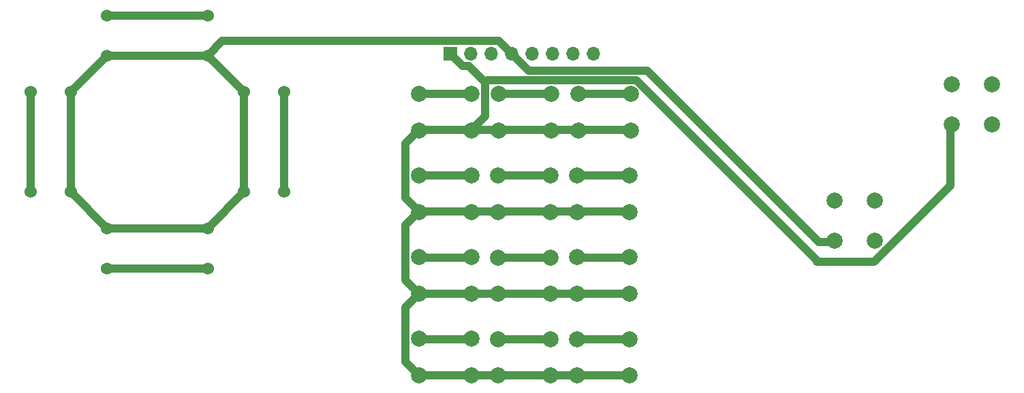
<source format=gbr>
%TF.GenerationSoftware,KiCad,Pcbnew,8.0.5*%
%TF.CreationDate,2024-09-28T10:39:20+08:00*%
%TF.ProjectId,ColecoVisionController,436f6c65-636f-4566-9973-696f6e436f6e,rev?*%
%TF.SameCoordinates,Original*%
%TF.FileFunction,Copper,L1,Top*%
%TF.FilePolarity,Positive*%
%FSLAX46Y46*%
G04 Gerber Fmt 4.6, Leading zero omitted, Abs format (unit mm)*
G04 Created by KiCad (PCBNEW 8.0.5) date 2024-09-28 10:39:20*
%MOMM*%
%LPD*%
G01*
G04 APERTURE LIST*
%TA.AperFunction,ComponentPad*%
%ADD10C,1.524000*%
%TD*%
%TA.AperFunction,ComponentPad*%
%ADD11C,2.000000*%
%TD*%
%TA.AperFunction,ComponentPad*%
%ADD12R,1.700000X1.700000*%
%TD*%
%TA.AperFunction,ComponentPad*%
%ADD13O,1.700000X1.700000*%
%TD*%
%TA.AperFunction,Conductor*%
%ADD14C,1.000000*%
%TD*%
G04 APERTURE END LIST*
D10*
%TO.P,SW4,1,1*%
%TO.N,Net-(D15-K)*%
X80514000Y-108712000D03*
%TO.P,SW4,2,2*%
X80514000Y-96212000D03*
%TO.P,SW4,3,K*%
%TO.N,/WHITE(DIN8)*%
X85514000Y-96212000D03*
%TO.P,SW4,4,A*%
X85514000Y-108712000D03*
%TD*%
D11*
%TO.P,SW13,4,A*%
%TO.N,/RED(DIN5)*%
X128830000Y-121340000D03*
%TO.P,SW13,3,K*%
X135330000Y-121340000D03*
%TO.P,SW13,2,2*%
%TO.N,Net-(D20-K)*%
X135330000Y-116840000D03*
%TO.P,SW13,1,1*%
X128830000Y-116840000D03*
%TD*%
D12*
%TO.P,J1,1,Pin_1*%
%TO.N,/RED(DIN5)*%
X132655000Y-91461000D03*
D13*
%TO.P,J1,2,Pin_2*%
%TO.N,/BLACK(DIN4)*%
X135195000Y-91461000D03*
%TO.P,J1,3,Pin_3*%
%TO.N,unconnected-(J1-Pin_3-Pad3)*%
X137735000Y-91461000D03*
%TO.P,J1,4,Pin_4*%
%TO.N,/WHITE(DIN8)*%
X140275000Y-91461000D03*
%TO.P,J1,5,Pin_5*%
%TO.N,/BROWN(DIN3)*%
X142815000Y-91461000D03*
%TO.P,J1,6,Pin_6*%
%TO.N,/GREY(DIN2)*%
X145355000Y-91461000D03*
%TO.P,J1,7,Pin_7*%
%TO.N,/YELLOW(DIN6)*%
X147895000Y-91461000D03*
%TO.P,J1,8,Pin_8*%
%TO.N,/ORANGE(DIN1)*%
X150435000Y-91461000D03*
%TD*%
D11*
%TO.P,SW11,1,1*%
%TO.N,Net-(D22-K)*%
X138635000Y-106680000D03*
%TO.P,SW11,2,2*%
X145135000Y-106680000D03*
%TO.P,SW11,3,K*%
%TO.N,/RED(DIN5)*%
X145135000Y-111180000D03*
%TO.P,SW11,4,A*%
X138635000Y-111180000D03*
%TD*%
%TO.P,SW6,1,1*%
%TO.N,Net-(D3-K)*%
X180420000Y-109808000D03*
%TO.P,SW6,2,2*%
X185420000Y-109808000D03*
%TO.P,SW6,3,K*%
%TO.N,/WHITE(DIN8)*%
X185420000Y-114808000D03*
%TO.P,SW6,4,A*%
X180420000Y-114808000D03*
%TD*%
%TO.P,SW16,4,A*%
%TO.N,/RED(DIN5)*%
X128830000Y-131500000D03*
%TO.P,SW16,3,K*%
X135330000Y-131500000D03*
%TO.P,SW16,2,2*%
%TO.N,Net-(D21-K)*%
X135330000Y-127000000D03*
%TO.P,SW16,1,1*%
X128830000Y-127000000D03*
%TD*%
%TO.P,SW7,1,1*%
%TO.N,Net-(D4-K)*%
X128830000Y-96520000D03*
%TO.P,SW7,2,2*%
X135330000Y-96520000D03*
%TO.P,SW7,3,K*%
%TO.N,/RED(DIN5)*%
X135330000Y-101020000D03*
%TO.P,SW7,4,A*%
X128830000Y-101020000D03*
%TD*%
D10*
%TO.P,SW2,1,1*%
%TO.N,Net-(D2-K)*%
X102514000Y-118212000D03*
%TO.P,SW2,2,2*%
X90014000Y-118212000D03*
%TO.P,SW2,3,K*%
%TO.N,/WHITE(DIN8)*%
X90014000Y-113212000D03*
%TO.P,SW2,4,A*%
X102514000Y-113212000D03*
%TD*%
D11*
%TO.P,SW5,1,1*%
%TO.N,Net-(D16-K)*%
X194983000Y-95290000D03*
%TO.P,SW5,2,2*%
X199983000Y-95290000D03*
%TO.P,SW5,3,K*%
%TO.N,/RED(DIN5)*%
X199983000Y-100290000D03*
%TO.P,SW5,4,A*%
X194983000Y-100290000D03*
%TD*%
%TO.P,SW12,4,A*%
%TO.N,/RED(DIN5)*%
X148440000Y-111180000D03*
%TO.P,SW12,3,K*%
X154940000Y-111180000D03*
%TO.P,SW12,2,2*%
%TO.N,Net-(D13-K)*%
X154940000Y-106680000D03*
%TO.P,SW12,1,1*%
X148440000Y-106680000D03*
%TD*%
%TO.P,SW18,4,A*%
%TO.N,/RED(DIN5)*%
X148440000Y-131572000D03*
%TO.P,SW18,3,K*%
X154940000Y-131572000D03*
%TO.P,SW18,2,2*%
%TO.N,Net-(D14-K)*%
X154940000Y-127072000D03*
%TO.P,SW18,1,1*%
X148440000Y-127072000D03*
%TD*%
%TO.P,SW10,1,1*%
%TO.N,Net-(D18-K)*%
X128830000Y-106680000D03*
%TO.P,SW10,2,2*%
X135330000Y-106680000D03*
%TO.P,SW10,3,K*%
%TO.N,/RED(DIN5)*%
X135330000Y-111180000D03*
%TO.P,SW10,4,A*%
X128830000Y-111180000D03*
%TD*%
%TO.P,SW8,1,1*%
%TO.N,Net-(D8-K)*%
X138736000Y-96520000D03*
%TO.P,SW8,2,2*%
X145236000Y-96520000D03*
%TO.P,SW8,3,K*%
%TO.N,/RED(DIN5)*%
X145236000Y-101020000D03*
%TO.P,SW8,4,A*%
X138736000Y-101020000D03*
%TD*%
%TO.P,SW17,4,A*%
%TO.N,/RED(DIN5)*%
X138635000Y-131572000D03*
%TO.P,SW17,3,K*%
X145135000Y-131572000D03*
%TO.P,SW17,2,2*%
%TO.N,Net-(D11-K)*%
X145135000Y-127072000D03*
%TO.P,SW17,1,1*%
X138635000Y-127072000D03*
%TD*%
%TO.P,SW15,4,A*%
%TO.N,/RED(DIN5)*%
X148440000Y-121340000D03*
%TO.P,SW15,3,K*%
X154940000Y-121340000D03*
%TO.P,SW15,2,2*%
%TO.N,Net-(D27-K)*%
X154940000Y-116840000D03*
%TO.P,SW15,1,1*%
X148440000Y-116840000D03*
%TD*%
%TO.P,SW14,4,A*%
%TO.N,/RED(DIN5)*%
X138635000Y-121412000D03*
%TO.P,SW14,3,K*%
X145135000Y-121412000D03*
%TO.P,SW14,2,2*%
%TO.N,Net-(D10-K)*%
X145135000Y-116912000D03*
%TO.P,SW14,1,1*%
X138635000Y-116912000D03*
%TD*%
D10*
%TO.P,SW1,1,1*%
%TO.N,Net-(D17-K)*%
X90014000Y-86712000D03*
%TO.P,SW1,2,2*%
X102514000Y-86712000D03*
%TO.P,SW1,3,K*%
%TO.N,/WHITE(DIN8)*%
X102514000Y-91712000D03*
%TO.P,SW1,4,A*%
X90014000Y-91712000D03*
%TD*%
D11*
%TO.P,SW9,1,1*%
%TO.N,Net-(D12-K)*%
X148590000Y-96520000D03*
%TO.P,SW9,2,2*%
X155090000Y-96520000D03*
%TO.P,SW9,3,K*%
%TO.N,/RED(DIN5)*%
X155090000Y-101020000D03*
%TO.P,SW9,4,A*%
X148590000Y-101020000D03*
%TD*%
D10*
%TO.P,SW3,1,1*%
%TO.N,Net-(D1-K)*%
X112014000Y-96212000D03*
%TO.P,SW3,2,2*%
X112014000Y-108712000D03*
%TO.P,SW3,3,K*%
%TO.N,/WHITE(DIN8)*%
X107014000Y-108712000D03*
%TO.P,SW3,4,A*%
X107014000Y-96212000D03*
%TD*%
D14*
%TO.N,Net-(D1-K)*%
X112014000Y-96212000D02*
X112014000Y-108712000D01*
%TO.N,Net-(D2-K)*%
X90014000Y-118212000D02*
X102514000Y-118212000D01*
%TO.N,Net-(D4-K)*%
X135330000Y-96484000D02*
X128830000Y-96484000D01*
%TO.N,Net-(D18-K)*%
X135330000Y-106644000D02*
X128830000Y-106644000D01*
%TO.N,Net-(D20-K)*%
X128830000Y-116876000D02*
X135330000Y-116876000D01*
%TO.N,Net-(D21-K)*%
X135330000Y-127036000D02*
X128830000Y-127036000D01*
%TO.N,Net-(D8-K)*%
X138736000Y-96484000D02*
X145236000Y-96484000D01*
%TO.N,Net-(D22-K)*%
X145236000Y-106644000D02*
X138736000Y-106644000D01*
%TO.N,Net-(D10-K)*%
X138736000Y-116876000D02*
X145236000Y-116876000D01*
%TO.N,Net-(D11-K)*%
X145236000Y-127036000D02*
X138736000Y-127036000D01*
%TO.N,Net-(D12-K)*%
X148388000Y-96484000D02*
X154888000Y-96484000D01*
%TO.N,Net-(D13-K)*%
X155142000Y-106644000D02*
X148642000Y-106644000D01*
%TO.N,Net-(D14-K)*%
X155142000Y-127036000D02*
X148642000Y-127036000D01*
%TO.N,Net-(D15-K)*%
X80514000Y-96212000D02*
X80514000Y-108712000D01*
%TO.N,Net-(D17-K)*%
X90014000Y-86712000D02*
X102514000Y-86712000D01*
%TO.N,Net-(D27-K)*%
X148642000Y-116876000D02*
X155142000Y-116876000D01*
%TO.N,/WHITE(DIN8)*%
X138725000Y-89911000D02*
X104315000Y-89911000D01*
X85514000Y-108712000D02*
X85514000Y-96212000D01*
X104315000Y-89911000D02*
X102514000Y-91712000D01*
X140275000Y-91461000D02*
X138725000Y-89911000D01*
X90014000Y-113212000D02*
X85514000Y-108712000D01*
X157134000Y-93584000D02*
X178532000Y-114982000D01*
X140275000Y-91461000D02*
X142398000Y-93584000D01*
X102514000Y-113212000D02*
X90014000Y-113212000D01*
X107014000Y-96212000D02*
X107014000Y-108712000D01*
X102514000Y-91712000D02*
X107014000Y-96212000D01*
X90014000Y-91712000D02*
X102514000Y-91712000D01*
X107014000Y-108712000D02*
X102514000Y-113212000D01*
X85514000Y-96212000D02*
X90014000Y-91712000D01*
X142398000Y-93584000D02*
X157134000Y-93584000D01*
X178532000Y-114982000D02*
X180340000Y-114982000D01*
%TO.N,/RED(DIN5)*%
X155758164Y-94784000D02*
X178378064Y-117403900D01*
X127130000Y-109444000D02*
X127130000Y-102684000D01*
X178212064Y-117403900D02*
X179324000Y-117403900D01*
X137036000Y-95038000D02*
X137036000Y-99278000D01*
X128830000Y-121376000D02*
X127130000Y-119676000D01*
X185322264Y-117403900D02*
X194818000Y-107908164D01*
X128830000Y-131536000D02*
X127130000Y-129836000D01*
X194818000Y-107908164D02*
X194818000Y-100250000D01*
X137290000Y-94784000D02*
X155758164Y-94784000D01*
X127130000Y-112844000D02*
X128830000Y-111144000D01*
X137036000Y-95038000D02*
X137290000Y-94784000D01*
X127130000Y-123076000D02*
X128830000Y-121376000D01*
X127130000Y-119676000D02*
X127130000Y-112844000D01*
X155142000Y-111144000D02*
X128830000Y-111144000D01*
X128830000Y-121376000D02*
X155142000Y-121376000D01*
X155142000Y-131536000D02*
X128830000Y-131536000D01*
X134205000Y-93011000D02*
X135009000Y-93011000D01*
X135330000Y-100984000D02*
X128830000Y-100984000D01*
X135330000Y-100984000D02*
X154888000Y-100984000D01*
X179324000Y-117403900D02*
X185322264Y-117403900D01*
X135009000Y-93011000D02*
X137036000Y-95038000D01*
X137036000Y-99278000D02*
X135330000Y-100984000D01*
X132655000Y-91461000D02*
X134205000Y-93011000D01*
X127130000Y-129836000D02*
X127130000Y-123076000D01*
X128830000Y-111144000D02*
X127130000Y-109444000D01*
X178378064Y-117403900D02*
X179324000Y-117403900D01*
X127130000Y-102684000D02*
X128830000Y-100984000D01*
%TD*%
M02*

</source>
